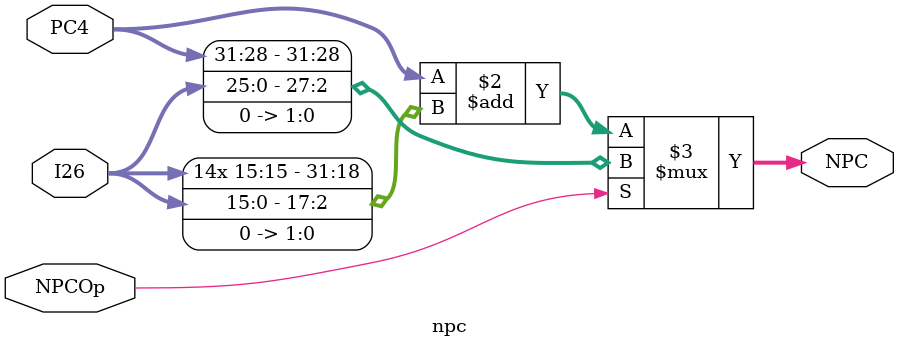
<source format=v>
`timescale 1ns / 1ps
module npc(
    input [31:0] PC4,
    input [25:0] I26,
    input NPCOp,
    output [31:0] NPC
    );
	 
	assign NPC = (NPCOp == 1'b1) ? {PC4[31:28], I26[25:0], 2'b00} :
											 PC4 + {{14{I26[15]}}, I26[15:0], 2'b00};

endmodule

</source>
